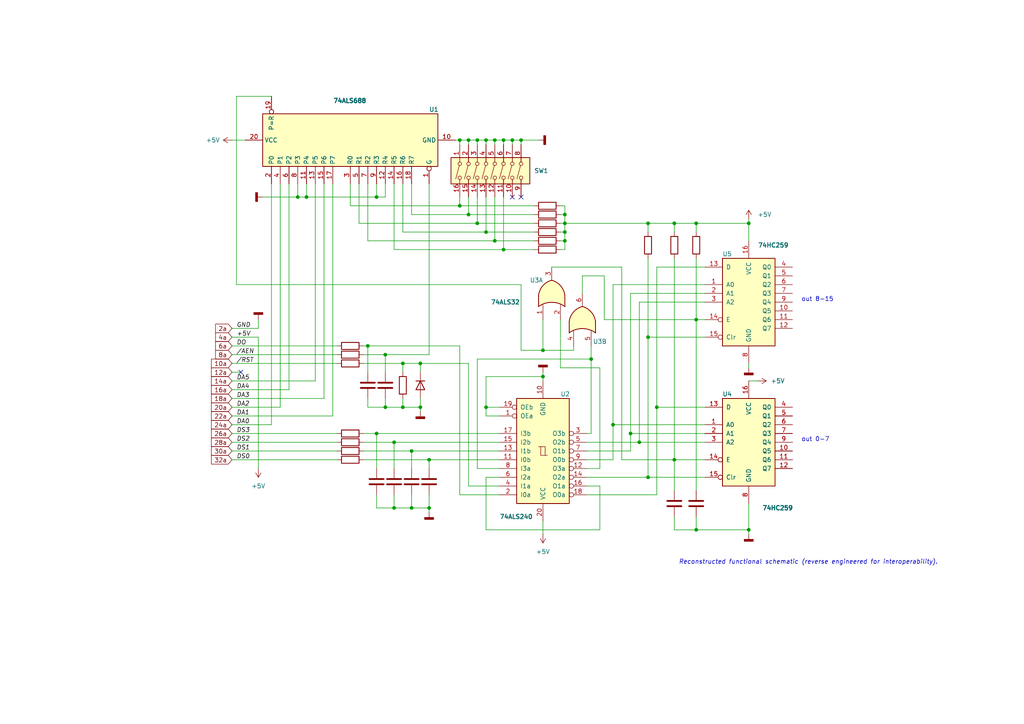
<source format=kicad_sch>
(kicad_sch (version 20211123) (generator eeschema)
  (paper "A4")
  (title_block (title "Control-related circuits") (date "2026-01-18") (rev "1.0") (company "Pozsar Zsolt") (comment 1 "EBE 266.1 digital output module"))
  (lib_symbols
    (symbol "74xx:74LS240" (pin_names (offset 1.016))
      (property "Reference" "U" (at -7.62 16.51 0))
      (property "Value" "74LS240" (at -7.62 -16.51 0))
      (symbol "74LS240_1_0"
        (polyline (pts (xy -0.635 -1.27) (xy -0.635 1.27) (xy 0.635 1.27)))
        (polyline (pts (xy -1.27 -1.27) (xy 0.635 -1.27) (xy 0.635 1.27) (xy 1.27 1.27)))
        (pin input inverted (at -12.7 -10.16 0) (length 5.08) (name "OEa") (number "1"))
        (pin power_in line (at 0 -20.32 90) (length 5.08) (name "GND") (number "10"))
        (pin input line (at -12.7 2.54 0) (length 5.08) (name "I0b") (number "11"))
        (pin tri_state inverted (at 12.7 5.08 180) (length 5.08) (name "O3a") (number "12"))
        (pin input line (at -12.7 0 0) (length 5.08) (name "I1b") (number "13"))
        (pin tri_state inverted (at 12.7 7.62 180) (length 5.08) (name "O2a") (number "14"))
        (pin input line (at -12.7 -2.54 0) (length 5.08) (name "I2b") (number "15"))
        (pin tri_state inverted (at 12.7 10.16 180) (length 5.08) (name "O1a") (number "16"))
        (pin input line (at -12.7 -5.08 0) (length 5.08) (name "I3b") (number "17"))
        (pin tri_state inverted (at 12.7 12.7 180) (length 5.08) (name "O0a") (number "18"))
        (pin input inverted (at -12.7 -12.7 0) (length 5.08) (name "OEb") (number "19"))
        (pin input line (at -12.7 12.7 0) (length 5.08) (name "I0a") (number "2"))
        (pin power_in line (at 0 20.32 270) (length 5.08) (name "VCC") (number "20"))
        (pin tri_state inverted (at 12.7 -5.08 180) (length 5.08) (name "O3b") (number "3"))
        (pin input line (at -12.7 10.16 0) (length 5.08) (name "I1a") (number "4"))
        (pin tri_state inverted (at 12.7 -2.54 180) (length 5.08) (name "O2b") (number "5"))
        (pin input line (at -12.7 7.62 0) (length 5.08) (name "I2a") (number "6"))
        (pin tri_state inverted (at 12.7 0 180) (length 5.08) (name "O1b") (number "7"))
        (pin input line (at -12.7 5.08 0) (length 5.08) (name "I3a") (number "8"))
        (pin tri_state inverted (at 12.7 2.54 180) (length 5.08) (name "O0b") (number "9"))
      )
      (symbol "74LS240_1_1"
        (rectangle (start -7.62 15.24) (end 7.62 -15.24) (stroke (width 0.254)) (fill (type background)))
      )
    )
    (symbol "74xx:74LS259" (pin_names (offset 1.016))
      (property "Reference" "U" (at -7.62 13.97 0))
      (property "Value" "74LS259" (at -7.62 -13.97 0))
      (symbol "74LS259_1_0"
        (pin input line (at -12.7 5.08 0) (length 5.08) (name "A0") (number "1"))
        (pin output line (at 12.7 -2.54 180) (length 5.08) (name "Q5") (number "10"))
        (pin output line (at 12.7 -5.08 180) (length 5.08) (name "Q6") (number "11"))
        (pin output line (at 12.7 -7.62 180) (length 5.08) (name "Q7") (number "12"))
        (pin input line (at -12.7 10.16 0) (length 5.08) (name "D") (number "13"))
        (pin input inverted (at -12.7 -5.08 0) (length 5.08) (name "E") (number "14"))
        (pin input inverted (at -12.7 -10.16 0) (length 5.08) (name "Clr") (number "15"))
        (pin power_in line (at 0 17.78 270) (length 5.08) (name "VCC") (number "16"))
        (pin input line (at -12.7 2.54 0) (length 5.08) (name "A1") (number "2"))
        (pin input line (at -12.7 0 0) (length 5.08) (name "A2") (number "3"))
        (pin output line (at 12.7 10.16 180) (length 5.08) (name "Q0") (number "4"))
        (pin output line (at 12.7 7.62 180) (length 5.08) (name "Q1") (number "5"))
        (pin output line (at 12.7 5.08 180) (length 5.08) (name "Q2") (number "6"))
        (pin output line (at 12.7 2.54 180) (length 5.08) (name "Q3") (number "7"))
        (pin power_in line (at 0 -17.78 90) (length 5.08) (name "GND") (number "8"))
        (pin output line (at 12.7 0 180) (length 5.08) (name "Q4") (number "9"))
      )
      (symbol "74LS259_1_1"
        (rectangle (start -7.62 12.7) (end 7.62 -12.7) (stroke (width 0.254)) (fill (type background)))
      )
    )
    (symbol "74xx:74LS32" (pin_names (offset 1.016))
      (property "Reference" "U" (at 0 1.27 0))
      (property "Value" "74LS32" (at 0 -1.27 0))
      (symbol "74LS32_1_1"
        (arc (start -3.81 -3.81) (mid -2.589 0) (end -3.81 3.81) (stroke (width 0.254)))
        (arc (start -0.6096 -3.81) (mid 2.1842 -2.5851) (end 3.81 0) (stroke (width 0.254)) (fill (type background)))
        (polyline (pts (xy -3.81 -3.81) (xy -0.635 -3.81)) (stroke (width 0.254)) (fill (type background)))
        (polyline (pts (xy -3.81 3.81) (xy -0.635 3.81)) (stroke (width 0.254)) (fill (type background)))
        (polyline (pts (xy -0.635 3.81) (xy -3.81 3.81) (xy -3.81 3.81) (xy -3.556 3.4036) (xy -3.0226 2.2606) (xy -2.6924 1.0414) (xy -2.6162 -0.254) (xy -2.7686 -1.4986) (xy -3.175 -2.7178) (xy -3.81 -3.81) (xy -3.81 -3.81) (xy -0.635 -3.81)) (stroke (width -25.4)) (fill (type background)))
        (arc (start 3.81 0) (mid 2.1915 2.5936) (end -0.6096 3.81) (stroke (width 0.254)) (fill (type background)))
        (pin input line (at -7.62 2.54 0) (length 4.318) (name "~") (number "1"))
        (pin input line (at -7.62 -2.54 0) (length 4.318) (name "~") (number "2"))
        (pin output line (at 7.62 0 180) (length 3.81) (name "~") (number "3"))
      )
      (symbol "74LS32_1_2"
        (arc (start 0 -3.81) (mid 3.81 0) (end 0 3.81) (stroke (width 0.254)) (fill (type background)))
        (polyline (pts (xy 0 3.81) (xy -3.81 3.81) (xy -3.81 -3.81) (xy 0 -3.81)) (stroke (width 0.254)) (fill (type background)))
        (pin input inverted (at -7.62 2.54 0) (length 3.81) (name "~") (number "1"))
        (pin input inverted (at -7.62 -2.54 0) (length 3.81) (name "~") (number "2"))
        (pin output inverted (at 7.62 0 180) (length 3.81) (name "~") (number "3"))
      )
      (symbol "74LS32_2_1"
        (arc (start -3.81 -3.81) (mid -2.589 0) (end -3.81 3.81) (stroke (width 0.254)))
        (arc (start -0.6096 -3.81) (mid 2.1842 -2.5851) (end 3.81 0) (stroke (width 0.254)) (fill (type background)))
        (polyline (pts (xy -3.81 -3.81) (xy -0.635 -3.81)) (stroke (width 0.254)) (fill (type background)))
        (polyline (pts (xy -3.81 3.81) (xy -0.635 3.81)) (stroke (width 0.254)) (fill (type background)))
        (polyline (pts (xy -0.635 3.81) (xy -3.81 3.81) (xy -3.81 3.81) (xy -3.556 3.4036) (xy -3.0226 2.2606) (xy -2.6924 1.0414) (xy -2.6162 -0.254) (xy -2.7686 -1.4986) (xy -3.175 -2.7178) (xy -3.81 -3.81) (xy -3.81 -3.81) (xy -0.635 -3.81)) (stroke (width -25.4)) (fill (type background)))
        (arc (start 3.81 0) (mid 2.1915 2.5936) (end -0.6096 3.81) (stroke (width 0.254)) (fill (type background)))
        (pin input line (at -7.62 2.54 0) (length 4.318) (name "~") (number "4"))
        (pin input line (at -7.62 -2.54 0) (length 4.318) (name "~") (number "5"))
        (pin output line (at 7.62 0 180) (length 3.81) (name "~") (number "6"))
      )
      (symbol "74LS32_2_2"
        (arc (start 0 -3.81) (mid 3.81 0) (end 0 3.81) (stroke (width 0.254)) (fill (type background)))
        (polyline (pts (xy 0 3.81) (xy -3.81 3.81) (xy -3.81 -3.81) (xy 0 -3.81)) (stroke (width 0.254)) (fill (type background)))
        (pin input inverted (at -7.62 2.54 0) (length 3.81) (name "~") (number "4"))
        (pin input inverted (at -7.62 -2.54 0) (length 3.81) (name "~") (number "5"))
        (pin output inverted (at 7.62 0 180) (length 3.81) (name "~") (number "6"))
      )
      (symbol "74LS32_3_1"
        (arc (start -3.81 -3.81) (mid -2.589 0) (end -3.81 3.81) (stroke (width 0.254)))
        (arc (start -0.6096 -3.81) (mid 2.1842 -2.5851) (end 3.81 0) (stroke (width 0.254)) (fill (type background)))
        (polyline (pts (xy -3.81 -3.81) (xy -0.635 -3.81)) (stroke (width 0.254)) (fill (type background)))
        (polyline (pts (xy -3.81 3.81) (xy -0.635 3.81)) (stroke (width 0.254)) (fill (type background)))
        (polyline (pts (xy -0.635 3.81) (xy -3.81 3.81) (xy -3.81 3.81) (xy -3.556 3.4036) (xy -3.0226 2.2606) (xy -2.6924 1.0414) (xy -2.6162 -0.254) (xy -2.7686 -1.4986) (xy -3.175 -2.7178) (xy -3.81 -3.81) (xy -3.81 -3.81) (xy -0.635 -3.81)) (stroke (width -25.4)) (fill (type background)))
        (arc (start 3.81 0) (mid 2.1915 2.5936) (end -0.6096 3.81) (stroke (width 0.254)) (fill (type background)))
        (pin input line (at -7.62 -2.54 0) (length 4.318) (name "~") (number "10"))
        (pin output line (at 7.62 0 180) (length 3.81) (name "~") (number "8"))
        (pin input line (at -7.62 2.54 0) (length 4.318) (name "~") (number "9"))
      )
      (symbol "74LS32_3_2"
        (arc (start 0 -3.81) (mid 3.81 0) (end 0 3.81) (stroke (width 0.254)) (fill (type background)))
        (polyline (pts (xy 0 3.81) (xy -3.81 3.81) (xy -3.81 -3.81) (xy 0 -3.81)) (stroke (width 0.254)) (fill (type background)))
        (pin input inverted (at -7.62 -2.54 0) (length 3.81) (name "~") (number "10"))
        (pin output inverted (at 7.62 0 180) (length 3.81) (name "~") (number "8"))
        (pin input inverted (at -7.62 2.54 0) (length 3.81) (name "~") (number "9"))
      )
      (symbol "74LS32_4_1"
        (arc (start -3.81 -3.81) (mid -2.589 0) (end -3.81 3.81) (stroke (width 0.254)))
        (arc (start -0.6096 -3.81) (mid 2.1842 -2.5851) (end 3.81 0) (stroke (width 0.254)) (fill (type background)))
        (polyline (pts (xy -3.81 -3.81) (xy -0.635 -3.81)) (stroke (width 0.254)) (fill (type background)))
        (polyline (pts (xy -3.81 3.81) (xy -0.635 3.81)) (stroke (width 0.254)) (fill (type background)))
        (polyline (pts (xy -0.635 3.81) (xy -3.81 3.81) (xy -3.81 3.81) (xy -3.556 3.4036) (xy -3.0226 2.2606) (xy -2.6924 1.0414) (xy -2.6162 -0.254) (xy -2.7686 -1.4986) (xy -3.175 -2.7178) (xy -3.81 -3.81) (xy -3.81 -3.81) (xy -0.635 -3.81)) (stroke (width -25.4)) (fill (type background)))
        (arc (start 3.81 0) (mid 2.1915 2.5936) (end -0.6096 3.81) (stroke (width 0.254)) (fill (type background)))
        (pin output line (at 7.62 0 180) (length 3.81) (name "~") (number "11"))
        (pin input line (at -7.62 2.54 0) (length 4.318) (name "~") (number "12"))
        (pin input line (at -7.62 -2.54 0) (length 4.318) (name "~") (number "13"))
      )
      (symbol "74LS32_4_2"
        (arc (start 0 -3.81) (mid 3.81 0) (end 0 3.81) (stroke (width 0.254)) (fill (type background)))
        (polyline (pts (xy 0 3.81) (xy -3.81 3.81) (xy -3.81 -3.81) (xy 0 -3.81)) (stroke (width 0.254)) (fill (type background)))
        (pin output inverted (at 7.62 0 180) (length 3.81) (name "~") (number "11"))
        (pin input inverted (at -7.62 2.54 0) (length 3.81) (name "~") (number "12"))
        (pin input inverted (at -7.62 -2.54 0) (length 3.81) (name "~") (number "13"))
      )
      (symbol "74LS32_5_0"
        (pin power_in line (at 0 12.7 270) (length 5.08) (name "VCC") (number "14"))
        (pin power_in line (at 0 -12.7 90) (length 5.08) (name "GND") (number "7"))
      )
      (symbol "74LS32_5_1"
        (rectangle (start -5.08 7.62) (end 5.08 -7.62) (stroke (width 0.254)) (fill (type background)))
      )
    )
    (symbol "74xx:74LS688"
      (property "Reference" "U" (at -7.62 26.67 0))
      (property "Value" "74LS688" (at -7.62 -26.67 0))
      (symbol "74LS688_1_0"
        (pin input inverted (at -12.7 -22.86 0) (length 5.08) (name "G") (number "1"))
        (pin power_in line (at 0 -30.48 90) (length 5.08) (name "GND") (number "10"))
        (pin input line (at -12.7 12.7 0) (length 5.08) (name "P4") (number "11"))
        (pin input line (at -12.7 -10.16 0) (length 5.08) (name "R4") (number "12"))
        (pin input line (at -12.7 10.16 0) (length 5.08) (name "P5") (number "13"))
        (pin input line (at -12.7 -12.7 0) (length 5.08) (name "R5") (number "14"))
        (pin input line (at -12.7 7.62 0) (length 5.08) (name "P6") (number "15"))
        (pin input line (at -12.7 -15.24 0) (length 5.08) (name "R6") (number "16"))
        (pin input line (at -12.7 5.08 0) (length 5.08) (name "P7") (number "17"))
        (pin input line (at -12.7 -17.78 0) (length 5.08) (name "R7") (number "18"))
        (pin output inverted (at 12.7 22.86 180) (length 5.08) (name "P=R") (number "19"))
        (pin input line (at -12.7 22.86 0) (length 5.08) (name "P0") (number "2"))
        (pin power_in line (at 0 30.48 270) (length 5.08) (name "VCC") (number "20"))
        (pin input line (at -12.7 0 0) (length 5.08) (name "R0") (number "3"))
        (pin input line (at -12.7 20.32 0) (length 5.08) (name "P1") (number "4"))
        (pin input line (at -12.7 -2.54 0) (length 5.08) (name "R1") (number "5"))
        (pin input line (at -12.7 17.78 0) (length 5.08) (name "P2") (number "6"))
        (pin input line (at -12.7 -5.08 0) (length 5.08) (name "R2") (number "7"))
        (pin input line (at -12.7 15.24 0) (length 5.08) (name "P3") (number "8"))
        (pin input line (at -12.7 -7.62 0) (length 5.08) (name "R3") (number "9"))
      )
      (symbol "74LS688_1_1"
        (rectangle (start -7.62 25.4) (end 7.62 -25.4) (stroke (width 0.254)) (fill (type background)))
      )
    )
    (symbol "Device:C" (pin_numbers hide) (pin_names (offset 0.254))
      (property "Reference" "C" (at 0.635 2.54 0))
      (property "Value" "C" (at 0.635 -2.54 0))
      (symbol "C_0_1"
        (polyline (pts (xy -2.032 -0.762) (xy 2.032 -0.762)) (stroke (width 0.508)))
        (polyline (pts (xy -2.032 0.762) (xy 2.032 0.762)) (stroke (width 0.508)))
      )
      (symbol "C_1_1"
        (pin passive line (at 0 3.81 270) (length 2.794) (name "~") (number "1"))
        (pin passive line (at 0 -3.81 90) (length 2.794) (name "~") (number "2"))
      )
    )
    (symbol "Device:D" (pin_numbers hide) (pin_names (offset 1.016) hide)
      (property "Reference" "D" (at 0 2.54 0))
      (property "Value" "D" (at 0 -2.54 0))
      (symbol "D_0_1"
        (polyline (pts (xy -1.27 1.27) (xy -1.27 -1.27)) (stroke (width 0.254)))
        (polyline (pts (xy 1.27 0) (xy -1.27 0)))
        (polyline (pts (xy 1.27 1.27) (xy 1.27 -1.27) (xy -1.27 0) (xy 1.27 1.27)) (stroke (width 0.254)))
      )
      (symbol "D_1_1"
        (pin passive line (at -3.81 0 0) (length 2.54) (name "K") (number "1"))
        (pin passive line (at 3.81 0 180) (length 2.54) (name "A") (number "2"))
      )
    )
    (symbol "Device:R" (pin_numbers hide) (pin_names (offset 0))
      (property "Reference" "R" (at 2.032 0 90))
      (property "Value" "R" (at 0 0 90))
      (symbol "R_0_1"
        (rectangle (start -1.016 -2.54) (end 1.016 2.54) (stroke (width 0.254)))
      )
      (symbol "R_1_1"
        (pin passive line (at 0 3.81 270) (length 1.27) (name "~") (number "1"))
        (pin passive line (at 0 -3.81 90) (length 1.27) (name "~") (number "2"))
      )
    )
    (symbol "Switch:SW_DIP_x08" (pin_names (offset 0) hide)
      (property "Reference" "SW" (at 0 13.97 0))
      (property "Value" "SW_DIP_x08" (at 0 -11.43 0))
      (symbol "SW_DIP_x08_0_0"
        (circle (center -2.032 -7.62) (radius 0.508))
        (circle (center -2.032 -5.08) (radius 0.508))
        (circle (center -2.032 -2.54) (radius 0.508))
        (circle (center -2.032 0) (radius 0.508))
        (circle (center -2.032 2.54) (radius 0.508))
        (circle (center -2.032 5.08) (radius 0.508))
        (circle (center -2.032 7.62) (radius 0.508))
        (circle (center -2.032 10.16) (radius 0.508))
        (polyline (pts (xy -1.524 -7.4676) (xy 2.3622 -6.4262)))
        (polyline (pts (xy -1.524 -4.9276) (xy 2.3622 -3.8862)))
        (polyline (pts (xy -1.524 -2.3876) (xy 2.3622 -1.3462)))
        (polyline (pts (xy -1.524 0.127) (xy 2.3622 1.1684)))
        (polyline (pts (xy -1.524 2.667) (xy 2.3622 3.7084)))
        (polyline (pts (xy -1.524 5.207) (xy 2.3622 6.2484)))
        (polyline (pts (xy -1.524 7.747) (xy 2.3622 8.7884)))
        (polyline (pts (xy -1.524 10.287) (xy 2.3622 11.3284)))
        (circle (center 2.032 -7.62) (radius 0.508))
        (circle (center 2.032 -5.08) (radius 0.508))
        (circle (center 2.032 -2.54) (radius 0.508))
        (circle (center 2.032 0) (radius 0.508))
        (circle (center 2.032 2.54) (radius 0.508))
        (circle (center 2.032 5.08) (radius 0.508))
        (circle (center 2.032 7.62) (radius 0.508))
        (circle (center 2.032 10.16) (radius 0.508))
      )
      (symbol "SW_DIP_x08_0_1"
        (rectangle (start -3.81 12.7) (end 3.81 -10.16) (stroke (width 0.254)) (fill (type background)))
      )
      (symbol "SW_DIP_x08_1_1"
        (pin passive line (at -7.62 10.16 0) (length 5.08) (name "~") (number "1"))
        (pin passive line (at 7.62 -5.08 180) (length 5.08) (name "~") (number "10"))
        (pin passive line (at 7.62 -2.54 180) (length 5.08) (name "~") (number "11"))
        (pin passive line (at 7.62 0 180) (length 5.08) (name "~") (number "12"))
        (pin passive line (at 7.62 2.54 180) (length 5.08) (name "~") (number "13"))
        (pin passive line (at 7.62 5.08 180) (length 5.08) (name "~") (number "14"))
        (pin passive line (at 7.62 7.62 180) (length 5.08) (name "~") (number "15"))
        (pin passive line (at 7.62 10.16 180) (length 5.08) (name "~") (number "16"))
        (pin passive line (at -7.62 7.62 0) (length 5.08) (name "~") (number "2"))
        (pin passive line (at -7.62 5.08 0) (length 5.08) (name "~") (number "3"))
        (pin passive line (at -7.62 2.54 0) (length 5.08) (name "~") (number "4"))
        (pin passive line (at -7.62 0 0) (length 5.08) (name "~") (number "5"))
        (pin passive line (at -7.62 -2.54 0) (length 5.08) (name "~") (number "6"))
        (pin passive line (at -7.62 -5.08 0) (length 5.08) (name "~") (number "7"))
        (pin passive line (at -7.62 -7.62 0) (length 5.08) (name "~") (number "8"))
        (pin passive line (at 7.62 -7.62 180) (length 5.08) (name "~") (number "9"))
      )
    )
    (symbol "power:+5V" (power) (pin_names (offset 0))
      (property "Value" "+5V" (at 0 3.556 0))
      (symbol "+5V_0_1"
        (polyline (pts (xy -0.762 1.27) (xy 0 2.54)))
        (polyline (pts (xy 0 0) (xy 0 2.54)))
        (polyline (pts (xy 0 2.54) (xy 0.762 1.27)))
      )
      (symbol "+5V_1_1"
        (pin power_in line (at 0 0 90) (length 0) hide (name "+5V") (number "1"))
      )
    )
    (symbol "power:GNDD" (power) (pin_names (offset 0))
      (property "Value" "GNDD" (at 0 -3.175 0))
      (symbol "GNDD_0_1"
        (rectangle (start -1.27 -1.524) (end 1.27 -2.032) (stroke (width 0.254)) (fill (type outline)))
        (polyline (pts (xy 0 0) (xy 0 -1.524)))
      )
      (symbol "GNDD_1_1"
        (pin power_in line (at 0 0 270) (length 0) hide (name "GNDD") (number "1"))
      )
    )
  )
  (junction (at 185.42 128.27))
  (junction (at 171.45 104.14))
  (junction (at 157.48 109.22))
  (junction (at 119.38 130.81))
  (junction (at 111.76 102.87))
  (junction (at 133.35 59.69))
  (junction (at 146.05 72.39))
  (junction (at 111.76 118.11))
  (junction (at 187.96 64.77))
  (junction (at 140.97 40.64))
  (junction (at 163.83 64.77))
  (junction (at 109.22 57.15))
  (junction (at 116.84 105.41))
  (junction (at 148.59 40.64))
  (junction (at 201.93 92.71))
  (junction (at 116.84 118.11))
  (junction (at 151.13 40.64))
  (junction (at 140.97 118.11))
  (junction (at 187.96 138.43))
  (junction (at 124.46 133.35))
  (junction (at 163.83 62.23))
  (junction (at 138.43 64.77))
  (junction (at 146.05 40.64))
  (junction (at 114.3 147.32))
  (junction (at 217.17 64.77))
  (junction (at 88.9 57.15))
  (junction (at 195.58 133.35))
  (junction (at 124.46 147.32))
  (junction (at 86.36 57.15))
  (junction (at 143.51 40.64))
  (junction (at 182.88 125.73))
  (junction (at 106.68 100.33))
  (junction (at 135.89 40.64))
  (junction (at 163.83 69.85))
  (junction (at 121.92 118.11))
  (junction (at 201.93 64.77))
  (junction (at 140.97 67.31))
  (junction (at 217.17 153.67))
  (junction (at 133.35 40.64))
  (junction (at 121.92 105.41))
  (junction (at 114.3 128.27))
  (junction (at 190.5 118.11))
  (junction (at 138.43 40.64))
  (junction (at 143.51 69.85))
  (junction (at 187.96 97.79))
  (junction (at 195.58 64.77))
  (junction (at 135.89 62.23))
  (junction (at 109.22 125.73))
  (junction (at 177.8 123.19))
  (junction (at 119.38 147.32))
  (junction (at 201.93 153.67))
  (junction (at 157.48 101.6))
  (junction (at 163.83 67.31))
  (no_connect (at 69.85 107.95))
  (no_connect (at 148.59 57.15))
  (no_connect (at 151.13 57.15))
  (wire (pts (xy 105.41 105.41) (xy 116.84 105.41)))
  (wire (pts (xy 201.93 64.77) (xy 201.93 67.31)))
  (wire (pts (xy 114.3 128.27) (xy 144.78 128.27)))
  (wire (pts (xy 201.93 153.67) (xy 217.17 153.67)))
  (wire (pts (xy 67.31 133.35) (xy 97.79 133.35)))
  (wire (pts (xy 111.76 102.87) (xy 124.46 102.87)))
  (wire (pts (xy 119.38 130.81) (xy 144.78 130.81)))
  (wire (pts (xy 111.76 57.15) (xy 109.22 57.15)))
  (wire (pts (xy 78.74 123.19) (xy 78.74 53.34)))
  (wire (pts (xy 67.31 128.27) (xy 97.79 128.27)))
  (wire (pts (xy 116.84 105.41) (xy 121.92 105.41)))
  (wire (pts (xy 163.83 64.77) (xy 163.83 62.23)))
  (wire (pts (xy 171.45 104.14) (xy 171.45 125.73)))
  (wire (pts (xy 190.5 118.11) (xy 204.47 118.11)))
  (wire (pts (xy 135.89 140.97) (xy 135.89 105.41)))
  (wire (pts (xy 119.38 53.34) (xy 119.38 62.23)))
  (wire (pts (xy 201.93 74.93) (xy 201.93 92.71)))
  (wire (pts (xy 116.84 118.11) (xy 116.84 115.57)))
  (wire (pts (xy 175.26 80.01) (xy 175.26 92.71)))
  (wire (pts (xy 133.35 100.33) (xy 133.35 143.51)))
  (wire (pts (xy 138.43 40.64) (xy 138.43 41.91)))
  (wire (pts (xy 195.58 153.67) (xy 201.93 153.67)))
  (wire (pts (xy 195.58 149.86) (xy 195.58 153.67)))
  (wire (pts (xy 185.42 128.27) (xy 185.42 87.63)))
  (wire (pts (xy 151.13 101.6) (xy 157.48 101.6)))
  (wire (pts (xy 111.76 53.34) (xy 111.76 57.15)))
  (wire (pts (xy 93.98 115.57) (xy 93.98 53.34)))
  (wire (pts (xy 68.58 82.55) (xy 68.58 27.94)))
  (wire (pts (xy 121.92 118.11) (xy 121.92 119.38)))
  (wire (pts (xy 106.68 53.34) (xy 106.68 69.85)))
  (wire (pts (xy 157.48 109.22) (xy 157.48 110.49)))
  (wire (pts (xy 67.31 130.81) (xy 97.79 130.81)))
  (wire (pts (xy 83.82 53.34) (xy 83.82 113.03)))
  (wire (pts (xy 162.56 72.39) (xy 163.83 72.39)))
  (wire (pts (xy 140.97 153.67) (xy 173.99 153.67)))
  (wire (pts (xy 173.99 106.68) (xy 162.56 106.68)))
  (wire (pts (xy 133.35 59.69) (xy 154.94 59.69)))
  (wire (pts (xy 173.99 135.89) (xy 173.99 106.68)))
  (wire (pts (xy 195.58 64.77) (xy 195.58 67.31)))
  (wire (pts (xy 187.96 64.77) (xy 187.96 67.31)))
  (wire (pts (xy 111.76 102.87) (xy 111.76 107.95)))
  (wire (pts (xy 105.41 133.35) (xy 124.46 133.35)))
  (wire (pts (xy 163.83 67.31) (xy 163.83 64.77)))
  (wire (pts (xy 96.52 120.65) (xy 96.52 53.34)))
  (wire (pts (xy 109.22 143.51) (xy 109.22 147.32)))
  (wire (pts (xy 163.83 64.77) (xy 187.96 64.77)))
  (wire (pts (xy 170.18 130.81) (xy 182.88 130.81)))
  (wire (pts (xy 146.05 72.39) (xy 154.94 72.39)))
  (wire (pts (xy 182.88 125.73) (xy 204.47 125.73)))
  (wire (pts (xy 119.38 130.81) (xy 119.38 135.89)))
  (wire (pts (xy 138.43 64.77) (xy 104.14 64.77)))
  (wire (pts (xy 114.3 143.51) (xy 114.3 147.32)))
  (wire (pts (xy 187.96 64.77) (xy 195.58 64.77)))
  (wire (pts (xy 138.43 64.77) (xy 138.43 57.15)))
  (wire (pts (xy 135.89 40.64) (xy 133.35 40.64)))
  (wire (pts (xy 144.78 138.43) (xy 140.97 138.43)))
  (wire (pts (xy 116.84 105.41) (xy 116.84 107.95)))
  (wire (pts (xy 135.89 62.23) (xy 135.89 57.15)))
  (wire (pts (xy 148.59 40.64) (xy 146.05 40.64)))
  (wire (pts (xy 104.14 64.77) (xy 104.14 53.34)))
  (wire (pts (xy 140.97 138.43) (xy 140.97 153.67)))
  (wire (pts (xy 146.05 72.39) (xy 114.3 72.39)))
  (wire (pts (xy 185.42 128.27) (xy 204.47 128.27)))
  (wire (pts (xy 88.9 53.34) (xy 88.9 57.15)))
  (wire (pts (xy 114.3 72.39) (xy 114.3 53.34)))
  (wire (pts (xy 133.35 143.51) (xy 144.78 143.51)))
  (wire (pts (xy 114.3 147.32) (xy 119.38 147.32)))
  (wire (pts (xy 180.34 133.35) (xy 195.58 133.35)))
  (wire (pts (xy 163.83 62.23) (xy 163.83 59.69)))
  (wire (pts (xy 116.84 118.11) (xy 121.92 118.11)))
  (wire (pts (xy 182.88 85.09) (xy 182.88 125.73)))
  (wire (pts (xy 166.37 101.6) (xy 166.37 100.33)))
  (wire (pts (xy 109.22 57.15) (xy 88.9 57.15)))
  (wire (pts (xy 217.17 105.41) (xy 217.17 106.68)))
  (wire (pts (xy 114.3 128.27) (xy 114.3 135.89)))
  (wire (pts (xy 133.35 40.64) (xy 133.35 41.91)))
  (wire (pts (xy 148.59 40.64) (xy 148.59 41.91)))
  (wire (pts (xy 109.22 147.32) (xy 114.3 147.32)))
  (wire (pts (xy 67.31 120.65) (xy 96.52 120.65)))
  (wire (pts (xy 170.18 128.27) (xy 185.42 128.27)))
  (wire (pts (xy 204.47 97.79) (xy 187.96 97.79)))
  (wire (pts (xy 74.93 95.25) (xy 74.93 92.71)))
  (wire (pts (xy 111.76 115.57) (xy 111.76 118.11)))
  (wire (pts (xy 144.78 120.65) (xy 140.97 120.65)))
  (wire (pts (xy 146.05 72.39) (xy 146.05 57.15)))
  (wire (pts (xy 195.58 133.35) (xy 204.47 133.35)))
  (wire (pts (xy 67.31 110.49) (xy 91.44 110.49)))
  (wire (pts (xy 67.31 118.11) (xy 81.28 118.11)))
  (wire (pts (xy 106.68 100.33) (xy 133.35 100.33)))
  (wire (pts (xy 67.31 40.64) (xy 71.12 40.64)))
  (wire (pts (xy 204.47 85.09) (xy 182.88 85.09)))
  (wire (pts (xy 67.31 102.87) (xy 97.79 102.87)))
  (wire (pts (xy 162.56 106.68) (xy 162.56 92.71)))
  (wire (pts (xy 116.84 67.31) (xy 116.84 53.34)))
  (wire (pts (xy 157.48 107.95) (xy 157.48 109.22)))
  (wire (pts (xy 146.05 40.64) (xy 146.05 41.91)))
  (wire (pts (xy 180.34 77.47) (xy 180.34 133.35)))
  (wire (pts (xy 124.46 133.35) (xy 124.46 135.89)))
  (wire (pts (xy 124.46 102.87) (xy 124.46 53.34)))
  (wire (pts (xy 143.51 40.64) (xy 143.51 41.91)))
  (wire (pts (xy 67.31 123.19) (xy 78.74 123.19)))
  (wire (pts (xy 140.97 40.64) (xy 140.97 41.91)))
  (wire (pts (xy 187.96 138.43) (xy 204.47 138.43)))
  (wire (pts (xy 201.93 92.71) (xy 175.26 92.71)))
  (wire (pts (xy 177.8 82.55) (xy 204.47 82.55)))
  (wire (pts (xy 67.31 125.73) (xy 97.79 125.73)))
  (wire (pts (xy 170.18 125.73) (xy 171.45 125.73)))
  (wire (pts (xy 157.48 92.71) (xy 157.48 101.6)))
  (wire (pts (xy 124.46 143.51) (xy 124.46 147.32)))
  (wire (pts (xy 143.51 69.85) (xy 143.51 57.15)))
  (wire (pts (xy 195.58 64.77) (xy 201.93 64.77)))
  (wire (pts (xy 121.92 105.41) (xy 135.89 105.41)))
  (wire (pts (xy 146.05 40.64) (xy 143.51 40.64)))
  (wire (pts (xy 106.68 107.95) (xy 106.68 100.33)))
  (wire (pts (xy 151.13 40.64) (xy 156.21 40.64)))
  (wire (pts (xy 163.83 69.85) (xy 163.83 67.31)))
  (wire (pts (xy 151.13 40.64) (xy 148.59 40.64)))
  (wire (pts (xy 109.22 125.73) (xy 109.22 135.89)))
  (wire (pts (xy 138.43 104.14) (xy 138.43 135.89)))
  (wire (pts (xy 170.18 133.35) (xy 177.8 133.35)))
  (wire (pts (xy 168.91 85.09) (xy 168.91 80.01)))
  (wire (pts (xy 105.41 102.87) (xy 111.76 102.87)))
  (wire (pts (xy 119.38 62.23) (xy 135.89 62.23)))
  (wire (pts (xy 67.31 97.79) (xy 74.93 97.79)))
  (wire (pts (xy 101.6 59.69) (xy 133.35 59.69)))
  (wire (pts (xy 140.97 109.22) (xy 157.48 109.22)))
  (wire (pts (xy 185.42 87.63) (xy 204.47 87.63)))
  (wire (pts (xy 109.22 53.34) (xy 109.22 57.15)))
  (wire (pts (xy 143.51 69.85) (xy 154.94 69.85)))
  (wire (pts (xy 106.68 118.11) (xy 111.76 118.11)))
  (wire (pts (xy 190.5 77.47) (xy 204.47 77.47)))
  (wire (pts (xy 67.31 105.41) (xy 97.79 105.41)))
  (wire (pts (xy 170.18 143.51) (xy 190.5 143.51)))
  (wire (pts (xy 162.56 62.23) (xy 163.83 62.23)))
  (wire (pts (xy 162.56 64.77) (xy 163.83 64.77)))
  (wire (pts (xy 124.46 147.32) (xy 124.46 148.59)))
  (wire (pts (xy 67.31 107.95) (xy 69.85 107.95)))
  (wire (pts (xy 106.68 100.33) (xy 105.41 100.33)))
  (wire (pts (xy 201.93 64.77) (xy 217.17 64.77)))
  (wire (pts (xy 177.8 123.19) (xy 204.47 123.19)))
  (wire (pts (xy 76.2 57.15) (xy 86.36 57.15)))
  (wire (pts (xy 140.97 118.11) (xy 140.97 109.22)))
  (wire (pts (xy 91.44 110.49) (xy 91.44 53.34)))
  (wire (pts (xy 157.48 101.6) (xy 166.37 101.6)))
  (wire (pts (xy 109.22 125.73) (xy 144.78 125.73)))
  (wire (pts (xy 163.83 72.39) (xy 163.83 69.85)))
  (wire (pts (xy 140.97 120.65) (xy 140.97 118.11)))
  (wire (pts (xy 217.17 110.49) (xy 219.71 110.49)))
  (wire (pts (xy 182.88 130.81) (xy 182.88 125.73)))
  (wire (pts (xy 151.13 82.55) (xy 151.13 101.6)))
  (wire (pts (xy 124.46 133.35) (xy 144.78 133.35)))
  (wire (pts (xy 135.89 40.64) (xy 135.89 41.91)))
  (wire (pts (xy 138.43 40.64) (xy 135.89 40.64)))
  (wire (pts (xy 105.41 128.27) (xy 114.3 128.27)))
  (wire (pts (xy 160.02 77.47) (xy 180.34 77.47)))
  (wire (pts (xy 111.76 118.11) (xy 116.84 118.11)))
  (wire (pts (xy 135.89 62.23) (xy 154.94 62.23)))
  (wire (pts (xy 217.17 64.77) (xy 217.17 69.85)))
  (wire (pts (xy 67.31 100.33) (xy 97.79 100.33)))
  (wire (pts (xy 105.41 125.73) (xy 109.22 125.73)))
  (wire (pts (xy 83.82 113.03) (xy 67.31 113.03)))
  (wire (pts (xy 133.35 59.69) (xy 133.35 57.15)))
  (wire (pts (xy 177.8 82.55) (xy 177.8 123.19)))
  (wire (pts (xy 68.58 27.94) (xy 78.74 27.94)))
  (wire (pts (xy 140.97 67.31) (xy 116.84 67.31)))
  (wire (pts (xy 171.45 100.33) (xy 171.45 104.14)))
  (wire (pts (xy 173.99 153.67) (xy 173.99 140.97)))
  (wire (pts (xy 151.13 82.55) (xy 68.58 82.55)))
  (wire (pts (xy 187.96 97.79) (xy 187.96 138.43)))
  (wire (pts (xy 106.68 115.57) (xy 106.68 118.11)))
  (wire (pts (xy 195.58 133.35) (xy 195.58 142.24)))
  (wire (pts (xy 121.92 118.11) (xy 121.92 115.57)))
  (wire (pts (xy 86.36 57.15) (xy 86.36 53.34)))
  (wire (pts (xy 171.45 104.14) (xy 138.43 104.14)))
  (wire (pts (xy 217.17 153.67) (xy 217.17 146.05)))
  (wire (pts (xy 119.38 143.51) (xy 119.38 147.32)))
  (wire (pts (xy 170.18 135.89) (xy 173.99 135.89)))
  (wire (pts (xy 140.97 67.31) (xy 154.94 67.31)))
  (wire (pts (xy 81.28 53.34) (xy 81.28 118.11)))
  (wire (pts (xy 143.51 40.64) (xy 140.97 40.64)))
  (wire (pts (xy 190.5 118.11) (xy 190.5 77.47)))
  (wire (pts (xy 190.5 143.51) (xy 190.5 118.11)))
  (wire (pts (xy 101.6 53.34) (xy 101.6 59.69)))
  (wire (pts (xy 168.91 80.01) (xy 175.26 80.01)))
  (wire (pts (xy 201.93 149.86) (xy 201.93 153.67)))
  (wire (pts (xy 132.08 40.64) (xy 133.35 40.64)))
  (wire (pts (xy 106.68 69.85) (xy 143.51 69.85)))
  (wire (pts (xy 170.18 138.43) (xy 187.96 138.43)))
  (wire (pts (xy 217.17 153.67) (xy 217.17 154.94)))
  (wire (pts (xy 144.78 118.11) (xy 140.97 118.11)))
  (wire (pts (xy 201.93 92.71) (xy 201.93 142.24)))
  (wire (pts (xy 140.97 67.31) (xy 140.97 57.15)))
  (wire (pts (xy 187.96 97.79) (xy 187.96 74.93)))
  (wire (pts (xy 88.9 57.15) (xy 86.36 57.15)))
  (wire (pts (xy 67.31 95.25) (xy 74.93 95.25)))
  (wire (pts (xy 74.93 97.79) (xy 74.93 135.89)))
  (wire (pts (xy 173.99 140.97) (xy 170.18 140.97)))
  (wire (pts (xy 177.8 133.35) (xy 177.8 123.19)))
  (wire (pts (xy 157.48 151.13) (xy 157.48 154.94)))
  (wire (pts (xy 140.97 40.64) (xy 138.43 40.64)))
  (wire (pts (xy 67.31 115.57) (xy 93.98 115.57)))
  (wire (pts (xy 204.47 92.71) (xy 201.93 92.71)))
  (wire (pts (xy 217.17 63.5) (xy 217.17 64.77)))
  (wire (pts (xy 121.92 105.41) (xy 121.92 107.95)))
  (wire (pts (xy 162.56 69.85) (xy 163.83 69.85)))
  (wire (pts (xy 138.43 64.77) (xy 154.94 64.77)))
  (wire (pts (xy 195.58 74.93) (xy 195.58 133.35)))
  (wire (pts (xy 144.78 135.89) (xy 138.43 135.89)))
  (wire (pts (xy 151.13 40.64) (xy 151.13 41.91)))
  (wire (pts (xy 163.83 59.69) (xy 162.56 59.69)))
  (wire (pts (xy 162.56 67.31) (xy 163.83 67.31)))
  (wire (pts (xy 105.41 130.81) (xy 119.38 130.81)))
  (wire (pts (xy 144.78 140.97) (xy 135.89 140.97)))
  (wire (pts (xy 119.38 147.32) (xy 124.46 147.32)))
  (text "Reconstructed functional schematic (reverse engineered for interoperability)." (at 196.85 163.83 0) (effects (font (size 1.27 1.27) italic) (justify left bottom)))
  (text "out 0-7" (at 232.41 128.27 0) (effects (font (size 1.27 1.27)) (justify left bottom)))
  (text "out 8-15" (at 232.41 87.63 0) (effects (font (size 1.27 1.27)) (justify left bottom)))
  (label "DA0" (at 68.58 123.19 0) (effects (font italic)))
  (label "DS3" (at 68.58 125.73 0) (effects (font italic)))
  (label "DS2" (at 68.58 128.27 0) (effects (font italic)))
  (label "DO" (at 68.58 100.33 0) (effects (font italic)))
  (label "DA3" (at 68.58 115.57 0) (effects (font italic)))
  (label "DS0" (at 68.58 133.35 0) (effects (font italic)))
  (label "GND" (at 68.58 95.25 0) (effects (font italic)))
  (label "+5V" (at 68.58 97.79 0) (effects (font italic)))
  (label "DA2" (at 68.58 118.11 0) (effects (font italic)))
  (label "DA4" (at 68.58 113.03 0) (effects (font italic)))
  (label "DS1" (at 68.58 130.81 0) (effects (font italic)))
  (label "DA1" (at 68.58 120.65 0) (effects (font italic)))
  (label "{slash}AEN" (at 68.58 102.87 0) (effects (font italic)))
  (label "{slash}RST" (at 68.58 105.41 0) (effects (font italic)))
  (label "DA5" (at 68.58 110.49 0) (effects (font italic)))
  (global_label "22a" (shape input) (at 67.31 120.65 180) (property "Intersheet References" "${INTERSHEET_REFS}" (effects hide)))
  (global_label "12a" (shape input) (at 67.31 107.95 180) (property "Intersheet References" "${INTERSHEET_REFS}" (effects hide)))
  (global_label "6a" (shape input) (at 67.31 100.33 180) (property "Intersheet References" "${INTERSHEET_REFS}" (effects hide)))
  (global_label "4a" (shape input) (at 67.31 97.79 180) (property "Intersheet References" "${INTERSHEET_REFS}" (effects hide)))
  (global_label "8a" (shape input) (at 67.31 102.87 180) (property "Intersheet References" "${INTERSHEET_REFS}" (effects hide)))
  (global_label "32a" (shape input) (at 67.31 133.35 180) (property "Intersheet References" "${INTERSHEET_REFS}" (effects hide)))
  (global_label "2a" (shape input) (at 67.31 95.25 180) (property "Intersheet References" "${INTERSHEET_REFS}" (effects hide)))
  (global_label "10a" (shape input) (at 67.31 105.41 180) (property "Intersheet References" "${INTERSHEET_REFS}" (effects hide)))
  (global_label "30a" (shape input) (at 67.31 130.81 180) (property "Intersheet References" "${INTERSHEET_REFS}" (effects hide)))
  (global_label "20a" (shape input) (at 67.31 118.11 180) (property "Intersheet References" "${INTERSHEET_REFS}" (effects hide)))
  (global_label "24a" (shape input) (at 67.31 123.19 180) (property "Intersheet References" "${INTERSHEET_REFS}" (effects hide)))
  (global_label "26a" (shape input) (at 67.31 125.73 180) (property "Intersheet References" "${INTERSHEET_REFS}" (effects hide)))
  (global_label "28a" (shape input) (at 67.31 128.27 180) (property "Intersheet References" "${INTERSHEET_REFS}" (effects hide)))
  (global_label "18a" (shape input) (at 67.31 115.57 180) (property "Intersheet References" "${INTERSHEET_REFS}" (effects hide)))
  (global_label "14a" (shape input) (at 67.31 110.49 180) (property "Intersheet References" "${INTERSHEET_REFS}" (effects hide)))
  (global_label "16a" (shape input) (at 67.31 113.03 180) (property "Intersheet References" "${INTERSHEET_REFS}" (effects hide)))
  (symbol (lib_id "Device:R") (at 116.84 111.76 180) (unit 1)
    (property "Reference" "R?" (effects hide))
    (property "Value" "R" (effects hide))
  )
  (symbol (lib_id "Device:D") (at 121.92 111.76 90) (mirror x) (unit 1)
    (property "Reference" "D?" (effects hide))
    (property "Value" "D" (effects hide))
  )
  (symbol (lib_id "power:+5V") (at 157.48 154.94 180) (unit 1)
    (property "Reference" "#PWR?" (effects hide))
    (property "Value" "+5V" (at 157.48 160.02 0))
  )
  (symbol (lib_id "Device:C") (at 124.46 139.7 0) (unit 1)
    (property "Reference" "C?" (effects hide))
    (property "Value" "C" (effects hide))
  )
  (symbol (lib_id "power:GNDD") (at 74.93 92.71 180) (unit 1)
    (property "Reference" "#PWR?" (effects hide))
    (property "Value" "GNDD" (effects hide))
  )
  (symbol (lib_id "Device:R") (at 101.6 100.33 90) (mirror x) (unit 1)
    (property "Reference" "R?" (effects hide))
    (property "Value" "R" (effects hide))
  )
  (symbol (lib_id "power:GNDD") (at 156.21 40.64 90) (unit 1)
    (property "Reference" "#PWR?" (effects hide))
    (property "Value" "GNDD" (effects hide))
  )
  (symbol (lib_id "power:GNDD") (at 217.17 154.94 0) (unit 1)
    (property "Reference" "#PWR?" (effects hide))
    (property "Value" "GNDD" (effects hide))
  )
  (symbol (lib_id "Device:R") (at 101.6 128.27 90) (unit 1)
    (property "Reference" "R?" (effects hide))
    (property "Value" "R" (effects hide))
  )
  (symbol (lib_id "Device:C") (at 109.22 139.7 0) (unit 1)
    (property "Reference" "C?" (effects hide))
    (property "Value" "C" (effects hide))
  )
  (symbol (lib_id "Device:R") (at 158.75 67.31 90) (mirror x) (unit 1)
    (property "Reference" "R?" (effects hide))
    (property "Value" "R" (effects hide))
  )
  (symbol (lib_id "Device:R") (at 101.6 125.73 90) (unit 1)
    (property "Reference" "R?" (effects hide))
    (property "Value" "R" (effects hide))
  )
  (symbol (lib_id "Device:R") (at 101.6 130.81 90) (unit 1)
    (property "Reference" "R?" (effects hide))
    (property "Value" "R" (effects hide))
  )
  (symbol (lib_id "power:GNDD") (at 157.48 107.95 180) (unit 1)
    (property "Reference" "#PWR?" (effects hide))
    (property "Value" "GNDD" (effects hide))
  )
  (symbol (lib_id "power:+5V") (at 74.93 135.89 180) (unit 1)
    (property "Reference" "#PWR?" (effects hide))
    (property "Value" "+5V" (at 74.93 140.97 0))
  )
  (symbol (lib_id "Device:R") (at 158.75 72.39 90) (mirror x) (unit 1)
    (property "Reference" "R?" (effects hide))
    (property "Value" "R" (effects hide))
  )
  (symbol (lib_id "Device:C") (at 119.38 139.7 0) (unit 1)
    (property "Reference" "C?" (effects hide))
    (property "Value" "C" (effects hide))
  )
  (symbol (lib_id "Device:R") (at 158.75 59.69 90) (mirror x) (unit 1)
    (property "Reference" "R?" (effects hide))
    (property "Value" "R" (effects hide))
  )
  (symbol (lib_id "74xx:74LS240") (at 157.48 130.81 0) (mirror x) (unit 1)
    (property "Reference" "U2" (at 162.56 114.3 0) (effects (justify left)))
    (property "Value" "74ALS240" (at 144.78 149.86 0) (effects (font bold) (justify left)))
    (property "Datasheet" "http://www.ti.com/lit/ds/symlink/sn74ls240.pdf" (effects hide))
  )
  (symbol (lib_id "Device:C") (at 114.3 139.7 0) (unit 1)
    (property "Reference" "C?" (effects hide))
    (property "Value" "C" (effects hide))
  )
  (symbol (lib_id "Device:R") (at 195.58 71.12 0) (mirror y) (unit 1)
    (property "Reference" "R?" (effects hide))
    (property "Value" "R" (effects hide))
  )
  (symbol (lib_id "74xx:74LS259") (at 217.17 87.63 0) (unit 1)
    (property "Reference" "U5" (at 209.55 73.66 0) (effects (justify left)))
    (property "Value" "74HC259" (at 219.71 71.12 0) (effects (font bold) (justify left)))
    (property "Datasheet" "http://www.ti.com/lit/gpn/sn74LS259" (effects hide))
  )
  (symbol (lib_id "power:GNDD") (at 217.17 106.68 0) (unit 1)
    (property "Reference" "#PWR?" (effects hide))
    (property "Value" "GNDD" (effects hide))
  )
  (symbol (lib_id "74xx:74LS259") (at 217.17 128.27 0) (unit 1)
    (property "Reference" "U4" (at 209.55 114.3 0) (effects (justify left)))
    (property "Value" "74HC259" (at 220.98 147.32 0) (effects (font bold) (justify left)))
    (property "Datasheet" "http://www.ti.com/lit/gpn/sn74LS259" (effects hide))
  )
  (symbol (lib_id "power:+5V") (at 219.71 110.49 270) (unit 1)
    (property "Reference" "#PWR?" (effects hide))
    (property "Value" "+5V" (at 223.52 110.4899 90) (effects (justify left)))
  )
  (symbol (lib_id "power:GNDD") (at 76.2 57.15 270) (unit 1)
    (property "Reference" "#PWR?" (effects hide))
    (property "Value" "GNDD" (effects hide))
  )
  (symbol (lib_id "power:+5V") (at 217.17 63.5 0) (unit 1)
    (property "Reference" "#PWR?" (effects hide))
    (property "Value" "+5V" (at 219.71 62.2299 0) (effects (justify left)))
  )
  (symbol (lib_id "Device:R") (at 201.93 71.12 0) (mirror y) (unit 1)
    (property "Reference" "R?" (effects hide))
    (property "Value" "R" (effects hide))
  )
  (symbol (lib_id "Device:R") (at 101.6 102.87 90) (mirror x) (unit 1)
    (property "Reference" "R?" (effects hide))
    (property "Value" "R" (effects hide))
  )
  (symbol (lib_id "Device:C") (at 201.93 146.05 0) (mirror y) (unit 1)
    (property "Reference" "C?" (effects hide))
    (property "Value" "C" (effects hide))
  )
  (symbol (lib_id "Device:C") (at 106.68 111.76 0) (unit 1)
    (property "Reference" "C?" (effects hide))
    (property "Value" "C" (effects hide))
  )
  (symbol (lib_id "power:GNDD") (at 124.46 148.59 0) (unit 1)
    (property "Reference" "#PWR?" (effects hide))
    (property "Value" "GNDD" (effects hide))
  )
  (symbol (lib_id "Device:R") (at 187.96 71.12 0) (mirror y) (unit 1)
    (property "Reference" "R?" (effects hide))
    (property "Value" "R" (effects hide))
  )
  (symbol (lib_id "power:+5V") (at 67.31 40.64 90) (unit 1)
    (property "Reference" "#PWR?" (effects hide))
    (property "Value" "+5V" (at 59.69 40.64 90) (effects (justify right)))
  )
  (symbol (lib_id "Device:R") (at 101.6 133.35 90) (unit 1)
    (property "Reference" "R?" (effects hide))
    (property "Value" "R" (effects hide))
  )
  (symbol (lib_id "74xx:74LS32") (at 160.02 85.09 90) (unit 1)
    (property "Reference" "U3" (at 153.67 81.28 90) (effects (justify right)))
    (property "Value" "74ALS32" (at 142.24 87.63 90) (effects (font bold) (justify right)))
    (property "Datasheet" "http://www.ti.com/lit/gpn/sn74LS32" (effects hide))
  )
  (symbol (lib_id "Device:R") (at 158.75 64.77 90) (mirror x) (unit 1)
    (property "Reference" "R?" (effects hide))
    (property "Value" "R" (effects hide))
  )
  (symbol (lib_id "Device:C") (at 111.76 111.76 0) (unit 1)
    (property "Reference" "C?" (effects hide))
    (property "Value" "C" (effects hide))
  )
  (symbol (lib_id "power:GNDD") (at 121.92 119.38 0) (unit 1)
    (property "Reference" "#PWR?" (effects hide))
    (property "Value" "GNDD" (effects hide))
  )
  (symbol (lib_id "74xx:74LS32") (at 168.91 92.71 90) (unit 2)
    (property "Reference" "U3" (at 173.99 99.06 90))
    (property "Value" "74ALS32" (effects hide))
    (property "Datasheet" "http://www.ti.com/lit/gpn/sn74LS32" (effects hide))
  )
  (symbol (lib_id "Device:C") (at 195.58 146.05 0) (mirror y) (unit 1)
    (property "Reference" "C?" (effects hide))
    (property "Value" "C" (effects hide))
  )
  (symbol (lib_id "Device:R") (at 158.75 62.23 90) (mirror x) (unit 1)
    (property "Reference" "R?" (effects hide))
    (property "Value" "R" (effects hide))
  )
  (symbol (lib_id "74xx:74LS688") (at 101.6 40.64 90) (unit 1)
    (property "Reference" "U1" (at 124.46 31.75 90) (effects (justify right)))
    (property "Value" "74ALS688" (at 96.52 29.21 90) (effects (font bold) (justify right)))
    (property "Datasheet" "http://www.ti.com/lit/gpn/sn74LS688" (effects hide))
  )
  (symbol (lib_id "Switch:SW_DIP_x08") (at 143.51 49.53 90) (mirror x) (unit 1)
    (property "Reference" "SW1" (at 154.94 49.5299 90) (effects (justify right)))
    (property "Value" "SW_DIP_x08" (effects hide))
  )
  (symbol (lib_id "Device:R") (at 101.6 105.41 90) (mirror x) (unit 1)
    (property "Reference" "R?" (effects hide))
    (property "Value" "R" (effects hide))
  )
  (symbol (lib_id "Device:R") (at 158.75 69.85 90) (mirror x) (unit 1)
    (property "Reference" "R?" (effects hide))
    (property "Value" "R" (effects hide))
  )
)
</source>
